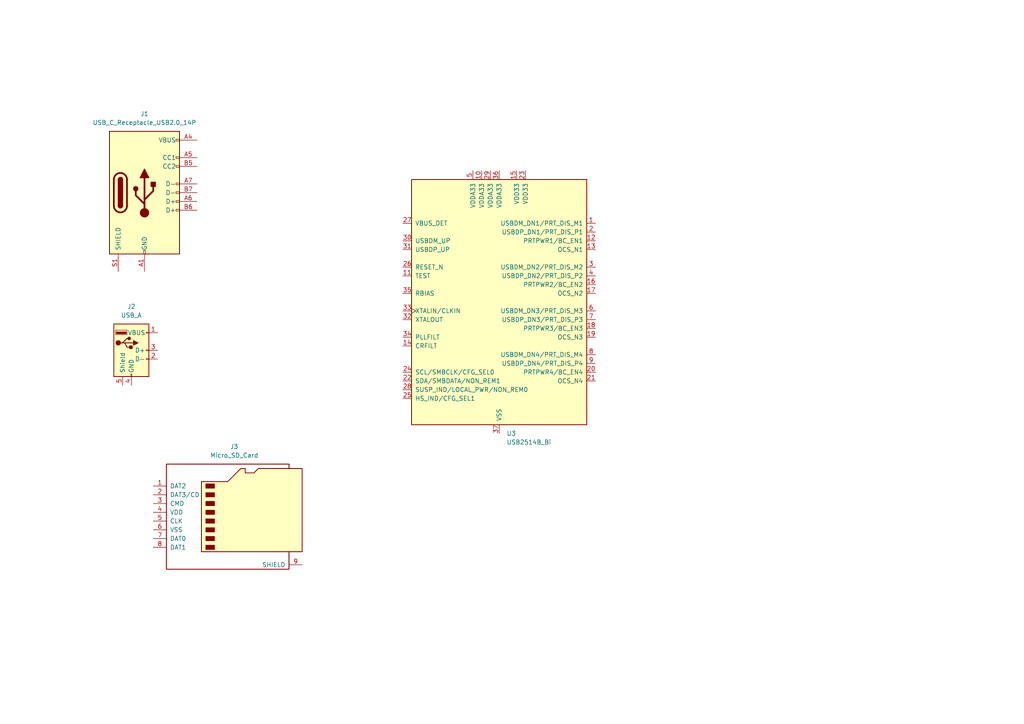
<source format=kicad_sch>
(kicad_sch (version 20250114) (generator "eeschema") (generator_version "9.0")
  (paper "A4")
  (title_block (title "Bluetooth Keypad and USB Hub") (date "2025-12-13") (rev "0") (company "B. Kuhn"))
  (lib_symbols
    (symbol "Connector:Micro_SD_Card" (pin_names (offset 1.016))
      (property "Reference" "J" (at -16.51 15.24 0))
      (property "Value" "Micro_SD_Card" (at 16.51 15.24 0))
      (symbol "Micro_SD_Card_0_1"
        (polyline (pts (xy -8.89 -11.43) (xy -8.89 8.89) (xy -1.27 8.89) (xy 2.54 12.7) (xy 3.81 12.7) (xy 3.81 11.43) (xy 6.35 11.43) (xy 7.62 12.7) (xy 20.32 12.7) (xy 20.32 -11.43) (xy -8.89 -11.43)) (stroke (width 0.254)) (fill (type background)))
        (rectangle (start -7.62 8.255) (end -5.08 6.985) (fill (type outline)))
        (rectangle (start -7.62 5.715) (end -5.08 4.445) (fill (type outline)))
        (rectangle (start -7.62 3.175) (end -5.08 1.905) (fill (type outline)))
        (rectangle (start -7.62 0.635) (end -5.08 -0.635) (fill (type outline)))
        (rectangle (start -7.62 -1.905) (end -5.08 -3.175) (fill (type outline)))
        (rectangle (start -7.62 -4.445) (end -5.08 -5.715) (fill (type outline)))
        (rectangle (start -7.62 -6.985) (end -5.08 -8.255) (fill (type outline)))
        (rectangle (start -7.62 -9.525) (end -5.08 -10.795) (fill (type outline)))
        (polyline (pts (xy 16.51 12.7) (xy 16.51 13.97) (xy -19.05 13.97) (xy -19.05 -16.51) (xy 16.51 -16.51) (xy 16.51 -11.43)) (stroke (width 0.254)))
      )
      (symbol "Micro_SD_Card_1_1"
        (pin bidirectional line (at -22.86 7.62 0) (length 3.81) (name "DAT2") (number "1"))
        (pin bidirectional line (at -22.86 5.08 0) (length 3.81) (name "DAT3/CD") (number "2"))
        (pin input line (at -22.86 2.54 0) (length 3.81) (name "CMD") (number "3"))
        (pin power_in line (at -22.86 0 0) (length 3.81) (name "VDD") (number "4"))
        (pin input line (at -22.86 -2.54 0) (length 3.81) (name "CLK") (number "5"))
        (pin power_in line (at -22.86 -5.08 0) (length 3.81) (name "VSS") (number "6"))
        (pin bidirectional line (at -22.86 -7.62 0) (length 3.81) (name "DAT0") (number "7"))
        (pin bidirectional line (at -22.86 -10.16 0) (length 3.81) (name "DAT1") (number "8"))
        (pin passive line (at 20.32 -15.24 180) (length 3.81) (name "SHIELD") (number "9"))
      )
    )
    (symbol "Connector:USB_A" (pin_names (offset 1.016))
      (property "Reference" "J" (at -5.08 11.43 0))
      (property "Value" "USB_A" (at -5.08 8.89 0))
      (symbol "USB_A_0_1"
        (rectangle (start -5.08 -7.62) (end 5.08 7.62) (stroke (width 0.254)) (fill (type background)))
        (circle (center -3.81 2.159) (radius 0.635) (stroke (width 0.254)) (fill (type outline)))
        (polyline (pts (xy -3.175 2.159) (xy -2.54 2.159) (xy -1.27 3.429) (xy -0.635 3.429)) (stroke (width 0.254)))
        (polyline (pts (xy -2.54 2.159) (xy -1.905 2.159) (xy -1.27 0.889) (xy 0 0.889)) (stroke (width 0.254)))
        (rectangle (start -1.524 4.826) (end -4.318 5.334) (fill (type outline)))
        (rectangle (start -1.27 4.572) (end -4.572 5.842))
        (circle (center -0.635 3.429) (radius 0.381) (stroke (width 0.254)) (fill (type outline)))
        (rectangle (start -0.127 -7.62) (end 0.127 -6.858))
        (rectangle (start 0.254 1.27) (end -0.508 0.508) (stroke (width 0.254)) (fill (type outline)))
        (polyline (pts (xy 0.635 2.794) (xy 0.635 1.524) (xy 1.905 2.159) (xy 0.635 2.794)) (stroke (width 0.254)) (fill (type outline)))
        (rectangle (start 5.08 4.953) (end 4.318 5.207))
        (rectangle (start 5.08 -0.127) (end 4.318 0.127))
        (rectangle (start 5.08 -2.667) (end 4.318 -2.413))
      )
      (symbol "USB_A_1_1"
        (polyline (pts (xy -1.905 2.159) (xy 0.635 2.159)) (stroke (width 0.254)))
        (pin passive line (at -2.54 -10.16 90) (length 2.54) (name "Shield") (number "5"))
        (pin power_in line (at 0 -10.16 90) (length 2.54) (name "GND") (number "4"))
        (pin power_in line (at 7.62 5.08 180) (length 2.54) (name "VBUS") (number "1"))
        (pin bidirectional line (at 7.62 0 180) (length 2.54) (name "D+") (number "3"))
        (pin bidirectional line (at 7.62 -2.54 180) (length 2.54) (name "D-") (number "2"))
      )
    )
    (symbol "Connector:USB_C_Receptacle_USB2.0_14P" (pin_names (offset 1.016))
      (property "Reference" "J" (at 0 22.225 0))
      (property "Value" "USB_C_Receptacle_USB2.0_14P" (at 0 19.685 0))
      (symbol "USB_C_Receptacle_USB2.0_14P_0_0"
        (rectangle (start -0.254 -17.78) (end 0.254 -16.764))
        (rectangle (start 10.16 15.494) (end 9.144 14.986))
        (rectangle (start 10.16 10.414) (end 9.144 9.906))
        (rectangle (start 10.16 7.874) (end 9.144 7.366))
        (rectangle (start 10.16 2.794) (end 9.144 2.286))
        (rectangle (start 10.16 0.254) (end 9.144 -0.254))
        (rectangle (start 10.16 -2.286) (end 9.144 -2.794))
        (rectangle (start 10.16 -4.826) (end 9.144 -5.334))
      )
      (symbol "USB_C_Receptacle_USB2.0_14P_0_1"
        (rectangle (start -10.16 17.78) (end 10.16 -17.78) (stroke (width 0.254)) (fill (type background)))
        (polyline (pts (xy -8.89 -3.81) (xy -8.89 3.81)) (stroke (width 0.508)))
        (rectangle (start -7.62 -3.81) (end -6.35 3.81) (stroke (width 0.254)) (fill (type outline)))
        (arc (start -7.62 3.81) (mid -6.985 4.4423) (end -6.35 3.81) (stroke (width 0.254)))
        (arc (start -7.62 3.81) (mid -6.985 4.4423) (end -6.35 3.81) (stroke (width 0.254)) (fill (type outline)))
        (arc (start -8.89 3.81) (mid -6.985 5.7067) (end -5.08 3.81) (stroke (width 0.508)))
        (arc (start -5.08 -3.81) (mid -6.985 -5.7067) (end -8.89 -3.81) (stroke (width 0.508)))
        (arc (start -6.35 -3.81) (mid -6.985 -4.4423) (end -7.62 -3.81) (stroke (width 0.254)))
        (arc (start -6.35 -3.81) (mid -6.985 -4.4423) (end -7.62 -3.81) (stroke (width 0.254)) (fill (type outline)))
        (polyline (pts (xy -5.08 3.81) (xy -5.08 -3.81)) (stroke (width 0.508)))
        (circle (center -2.54 1.143) (radius 0.635) (stroke (width 0.254)) (fill (type outline)))
        (polyline (pts (xy -1.27 4.318) (xy 0 6.858) (xy 1.27 4.318) (xy -1.27 4.318)) (stroke (width 0.254)) (fill (type outline)))
        (polyline (pts (xy 0 -2.032) (xy 2.54 0.508) (xy 2.54 1.778)) (stroke (width 0.508)))
        (polyline (pts (xy 0 -3.302) (xy -2.54 -0.762) (xy -2.54 0.508)) (stroke (width 0.508)))
        (polyline (pts (xy 0 -5.842) (xy 0 4.318)) (stroke (width 0.508)))
        (circle (center 0 -5.842) (radius 1.27) (fill (type outline)))
        (rectangle (start 1.905 1.778) (end 3.175 3.048) (stroke (width 0.254)) (fill (type outline)))
      )
      (symbol "USB_C_Receptacle_USB2.0_14P_1_1"
        (pin passive line (at -7.62 -22.86 90) (length 5.08) (name "SHIELD") (number "S1"))
        (pin passive line (at 0 -22.86 90) (length 5.08) (name "GND") (number "A1"))
        (pin passive line (at 0 -22.86 90) (length 5.08) (hide yes) (name "GND") (number "A12"))
        (pin passive line (at 0 -22.86 90) (length 5.08) (hide yes) (name "GND") (number "B1"))
        (pin passive line (at 0 -22.86 90) (length 5.08) (hide yes) (name "GND") (number "B12"))
        (pin passive line (at 15.24 15.24 180) (length 5.08) (name "VBUS") (number "A4"))
        (pin passive line (at 15.24 15.24 180) (length 5.08) (hide yes) (name "VBUS") (number "A9"))
        (pin passive line (at 15.24 15.24 180) (length 5.08) (hide yes) (name "VBUS") (number "B4"))
        (pin passive line (at 15.24 15.24 180) (length 5.08) (hide yes) (name "VBUS") (number "B9"))
        (pin bidirectional line (at 15.24 10.16 180) (length 5.08) (name "CC1") (number "A5"))
        (pin bidirectional line (at 15.24 7.62 180) (length 5.08) (name "CC2") (number "B5"))
        (pin bidirectional line (at 15.24 2.54 180) (length 5.08) (name "D-") (number "A7"))
        (pin bidirectional line (at 15.24 0 180) (length 5.08) (name "D-") (number "B7"))
        (pin bidirectional line (at 15.24 -2.54 180) (length 5.08) (name "D+") (number "A6"))
        (pin bidirectional line (at 15.24 -5.08 180) (length 5.08) (name "D+") (number "B6"))
      )
    )
    (symbol "Interface_USB:USB2514B_Bi" (pin_names (offset 1.016))
      (property "Reference" "U" (at -17.78 40.64 0))
      (property "Value" "USB2514B_Bi" (at -20.32 38.1 0))
      (symbol "USB2514B_Bi_0_1"
        (rectangle (start -25.4 35.56) (end 25.4 -35.56) (stroke (width 0.254)) (fill (type background)))
      )
      (symbol "USB2514B_Bi_1_1"
        (pin input line (at -27.94 22.86 0) (length 2.54) (name "VBUS_DET") (number "27"))
        (pin bidirectional line (at -27.94 17.78 0) (length 2.54) (name "USBDM_UP") (number "30"))
        (pin bidirectional line (at -27.94 15.24 0) (length 2.54) (name "USBDP_UP") (number "31"))
        (pin input line (at -27.94 10.16 0) (length 2.54) (name "RESET_N") (number "26"))
        (pin input line (at -27.94 7.62 0) (length 2.54) (name "TEST") (number "11"))
        (pin input line (at -27.94 2.54 0) (length 2.54) (name "RBIAS") (number "35"))
        (pin input clock (at -27.94 -2.54 0) (length 2.54) (name "XTALIN/CLKIN") (number "33"))
        (pin output line (at -27.94 -5.08 0) (length 2.54) (name "XTALOUT") (number "32"))
        (pin input line (at -27.94 -10.16 0) (length 2.54) (name "PLLFILT") (number "34"))
        (pin input line (at -27.94 -12.7 0) (length 2.54) (name "CRFILT") (number "14"))
        (pin bidirectional line (at -27.94 -20.32 0) (length 2.54) (name "SCL/SMBCLK/CFG_SEL0") (number "24"))
        (pin bidirectional line (at -27.94 -22.86 0) (length 2.54) (name "SDA/SMBDATA/NON_REM1") (number "22"))
        (pin bidirectional line (at -27.94 -25.4 0) (length 2.54) (name "SUSP_IND/LOCAL_PWR/NON_REM0") (number "28"))
        (pin bidirectional line (at -27.94 -27.94 0) (length 2.54) (name "HS_IND/CFG_SEL1") (number "25"))
        (pin power_in line (at -7.62 38.1 270) (length 2.54) (name "VDDA33") (number "5"))
        (pin power_in line (at -5.08 38.1 270) (length 2.54) (name "VDDA33") (number "10"))
        (pin power_in line (at -2.54 38.1 270) (length 2.54) (name "VDDA33") (number "29"))
        (pin power_in line (at 0 38.1 270) (length 2.54) (name "VDDA33") (number "36"))
        (pin power_in line (at 0 -38.1 90) (length 2.54) (name "VSS") (number "37"))
        (pin power_in line (at 5.08 38.1 270) (length 2.54) (name "VDD33") (number "15"))
        (pin power_in line (at 7.62 38.1 270) (length 2.54) (name "VDD33") (number "23"))
        (pin bidirectional line (at 27.94 22.86 180) (length 2.54) (name "USBDM_DN1/PRT_DIS_M1") (number "1"))
        (pin bidirectional line (at 27.94 20.32 180) (length 2.54) (name "USBDP_DN1/PRT_DIS_P1") (number "2"))
        (pin bidirectional line (at 27.94 17.78 180) (length 2.54) (name "PRTPWR1/BC_EN1") (number "12"))
        (pin input line (at 27.94 15.24 180) (length 2.54) (name "OCS_N1") (number "13"))
        (pin bidirectional line (at 27.94 10.16 180) (length 2.54) (name "USBDM_DN2/PRT_DIS_M2") (number "3"))
        (pin bidirectional line (at 27.94 7.62 180) (length 2.54) (name "USBDP_DN2/PRT_DIS_P2") (number "4"))
        (pin bidirectional line (at 27.94 5.08 180) (length 2.54) (name "PRTPWR2/BC_EN2") (number "16"))
        (pin input line (at 27.94 2.54 180) (length 2.54) (name "OCS_N2") (number "17"))
        (pin bidirectional line (at 27.94 -2.54 180) (length 2.54) (name "USBDM_DN3/PRT_DIS_M3") (number "6"))
        (pin bidirectional line (at 27.94 -5.08 180) (length 2.54) (name "USBDP_DN3/PRT_DIS_P3") (number "7"))
        (pin bidirectional line (at 27.94 -7.62 180) (length 2.54) (name "PRTPWR3/BC_EN3") (number "18"))
        (pin input line (at 27.94 -10.16 180) (length 2.54) (name "OCS_N3") (number "19"))
        (pin bidirectional line (at 27.94 -15.24 180) (length 2.54) (name "USBDM_DN4/PRT_DIS_M4") (number "8"))
        (pin bidirectional line (at 27.94 -17.78 180) (length 2.54) (name "USBDP_DN4/PRT_DIS_P4") (number "9"))
        (pin bidirectional line (at 27.94 -20.32 180) (length 2.54) (name "PRTPWR4/BC_EN4") (number "20"))
        (pin input line (at 27.94 -22.86 180) (length 2.54) (name "OCS_N4") (number "21"))
      )
    )
  )
  (symbol (lib_id "Connector:Micro_SD_Card") (at 67.31 148.59 0) (unit 1)
    (property "Reference" "J3" (at 67.945 129.54 0))
    (property "Value" "Micro_SD_Card" (at 67.945 132.08 0))
    (property "Datasheet" "https://www.we-online.com/components/products/datasheet/693072010801.pdf" (effects (hide yes)))
    (property "Description" "Micro SD Card Socket" (effects (hide yes)))
  )
  (symbol (lib_id "Connector:USB_A") (at 38.1 101.6 0) (unit 1)
    (property "Reference" "J2" (at 38.1 88.9 0))
    (property "Value" "USB_A" (at 38.1 91.44 0))
    (property "Description" "USB Type A connector" (effects (hide yes)))
  )
  (symbol (lib_id "Interface_USB:USB2514B_Bi") (at 144.78 87.63 0) (unit 1)
    (property "Reference" "U3" (at 146.9233 125.73 0) (effects (justify left)))
    (property "Value" "USB2514B_Bi" (at 146.9233 128.27 0) (effects (justify left)))
    (property "Footprint" "Package_DFN_QFN:QFN-36-1EP_6x6mm_P0.5mm_EP3.7x3.7mm" (effects (hide yes)))
    (property "Datasheet" "http://ww1.microchip.com/downloads/en/DeviceDoc/00001692C.pdf" (effects (hide yes)))
    (property "Description" "USB 2.0 Hi-Speed Hub Controller" (effects (hide yes)))
  )
  (symbol (lib_id "Connector:USB_C_Receptacle_USB2.0_14P") (at 41.91 55.88 0) (unit 1)
    (property "Reference" "J1" (at 41.91 33.02 0))
    (property "Value" "USB_C_Receptacle_USB2.0_14P" (at 41.91 35.56 0))
    (property "Footprint" "Connector_USB:USB_C_Receptacle_GCT_USB4105-xx-A_16P_TopMnt_Horizontal" (effects (hide yes)))
    (property "Datasheet" "https://www.usb.org/sites/default/files/documents/usb_type-c.zip" (effects (hide yes)))
    (property "Description" "USB 2.0-only 14P Type-C Receptacle connector" (effects (hide yes)))
  )
)
</source>
